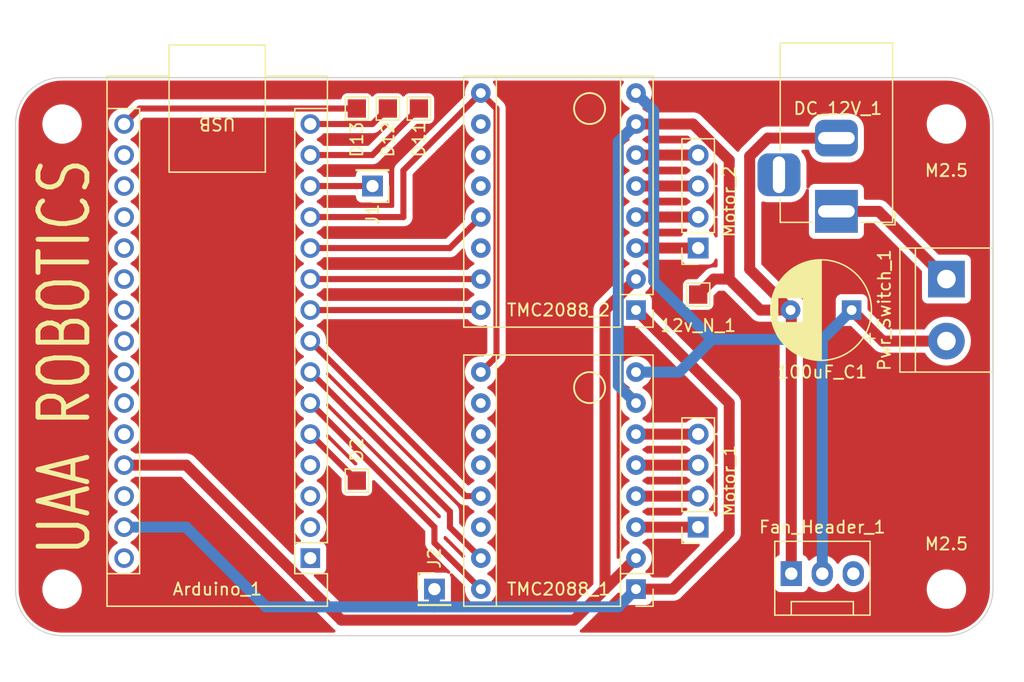
<source format=kicad_pcb>
(kicad_pcb (version 20221018) (generator pcbnew)
  (layers (0 "F.Cu" signal) (31 "B.Cu" signal) (34 "B.Paste" user) (35 "F.Paste" user) (36 "B.SilkS" user "B.Silkscreen") (37 "F.SilkS" user "F.Silkscreen") (38 "B.Mask" user) (39 "F.Mask" user) (44 "Edge.Cuts" user))
  (net 0 "")
  (net 1 "/Direction1")
  (net 2 "/Step1")
  (net 3 "/Reset1")
  (net 4 "/Direction2")
  (net 5 "/Step2")
  (net 6 "/Reset2")
  (net 7 "/Logic Positive")
  (net 8 "/Logic Negative")
  (net 9 "/Enable Pin")
  (net 10 "/Motor1A")
  (net 11 "/Motor1B")
  (net 12 "/Motor1C")
  (net 13 "/Motor1D")
  (net 14 "/Motor2A")
  (net 15 "/Motor2B")
  (net 16 "/Motor2C")
  (net 17 "/Motor2D")
  (net 18 "/Limit Pin")
  (net 43 "/D2 Breakout")
  (net 44 "/D11 Breakout")
  (net 45 "/D12 Breakout")
  (net 46 "/D13 Breakout")
  (net 47 "/12v Negative")
  (net 48 "/12v Positive")
  (net 50 "/12v Positive Terminal")
  (footprint "MountingHole:MountingHole_2.7mm_M2.5" (layer "F.Cu") (at 198.12 76.2)
    (fp_text reference "M2.5" (at 0 3.81) (layer "F.SilkS"))
    (fp_text value "MountingHole_2.7mm_M2.5")
    (pad "" np_thru_hole circle (at 0 0) (size 2.7 2.7) (drill 2.7) (layers "*.Cu" "*.Mask"))
  )
  (footprint "Connector:FanPinHeader_1x03_P2.54mm_Vertical" (layer "F.Cu") (at 185.42 113.03)
    (fp_text reference "Fan_Header_1" (at 2.54 -3.81) (layer "F.SilkS"))
    (fp_text value "Fan_3pin")
    (fp_line (start -1.35 -2.65) (end 6.45 -2.65) (stroke (width 0.12)) (layer "F.SilkS"))
    (fp_line (start -1.35 3.4) (end -1.35 -2.65) (stroke (width 0.12)) (layer "F.SilkS"))
    (fp_line (start 0 2.29) (end 5.08 2.29) (stroke (width 0.12)) (layer "F.SilkS"))
    (fp_line (start 0 3.3) (end 0 2.29) (stroke (width 0.12)) (layer "F.SilkS"))
    (fp_line (start 5.08 2.29) (end 5.08 3.3) (stroke (width 0.12)) (layer "F.SilkS"))
    (fp_line (start 6.45 -2.65) (end 6.45 3.4) (stroke (width 0.12)) (layer "F.SilkS"))
    (fp_line (start 6.45 3.4) (end -1.35 3.4) (stroke (width 0.12)) (layer "F.SilkS"))
    (pad "1" thru_hole rect (at 0 0 90) (size 2.03 1.73) (drill 1.02) (layers "*.Cu" "*.Mask") (net 47 "/12v Negative"))
    (pad "2" thru_hole oval (at 2.54 0 90) (size 2.03 1.73) (drill 1.02) (layers "*.Cu" "*.Mask") (net 48 "/12v Positive"))
    (pad "3" thru_hole oval (at 5.08 0 90) (size 2.03 1.73) (drill 1.02) (layers "*.Cu" "*.Mask"))
  )
  (footprint "Connector_PinSocket_2.54mm:PinSocket_1x04_P2.54mm_Vertical" (layer "F.Cu") (at 177.8 86.36 180)
    (fp_text reference "Motor_2" (at -2.54 3.81 90) (layer "F.SilkS"))
    (fp_text value "Conn_01x04_Socket")
    (fp_line (start -1.33 1.27) (end -1.33 8.95) (stroke (width 0.12)) (layer "F.SilkS"))
    (fp_line (start -1.33 1.27) (end 1.33 1.27) (stroke (width 0.12)) (layer "F.SilkS"))
    (fp_line (start -1.33 8.95) (end 1.33 8.95) (stroke (width 0.12)) (layer "F.SilkS"))
    (fp_line (start 0 -1.33) (end 1.33 -1.33) (stroke (width 0.12)) (layer "F.SilkS"))
    (fp_line (start 1.33 -1.33) (end 1.33 0) (stroke (width 0.12)) (layer "F.SilkS"))
    (fp_line (start 1.33 1.27) (end 1.33 8.95) (stroke (width 0.12)) (layer "F.SilkS"))
    (pad "1" thru_hole rect (at 0 0 180) (size 1.7 1.7) (drill 1) (layers "*.Cu" "*.Mask") (net 10 "/Motor1A"))
    (pad "2" thru_hole oval (at 0 2.54 180) (size 1.7 1.7) (drill 1) (layers "*.Cu" "*.Mask") (net 11 "/Motor1B"))
    (pad "3" thru_hole oval (at 0 5.08 180) (size 1.7 1.7) (drill 1) (layers "*.Cu" "*.Mask") (net 12 "/Motor1C"))
    (pad "4" thru_hole oval (at 0 7.62 180) (size 1.7 1.7) (drill 1) (layers "*.Cu" "*.Mask") (net 13 "/Motor1D"))
  )
  (footprint "MountingHole:MountingHole_2.7mm_M2.5" (layer "F.Cu") (at 198.12 114.3)
    (fp_text reference "M2.5" (at 0 -3.7) (layer "F.SilkS"))
    (fp_text value "MountingHole_2.7mm_M2.5")
    (pad "" np_thru_hole circle (at 0 0) (size 2.7 2.7) (drill 2.7) (layers "*.Cu" "*.Mask"))
  )
  (footprint "Connector_PinSocket_2.54mm:PinSocket_1x04_P2.54mm_Vertical" (layer "F.Cu") (at 177.8 109.22 180)
    (fp_text reference "Motor_1" (at -2.54 3.81 90) (layer "F.SilkS"))
    (fp_text value "Conn_01x04_Socket")
    (fp_line (start -1.33 1.27) (end -1.33 8.95) (stroke (width 0.12)) (layer "F.SilkS"))
    (fp_line (start -1.33 1.27) (end 1.33 1.27) (stroke (width 0.12)) (layer "F.SilkS"))
    (fp_line (start -1.33 8.95) (end 1.33 8.95) (stroke (width 0.12)) (layer "F.SilkS"))
    (fp_line (start 0 -1.33) (end 1.33 -1.33) (stroke (width 0.12)) (layer "F.SilkS"))
    (fp_line (start 1.33 -1.33) (end 1.33 0) (stroke (width 0.12)) (layer "F.SilkS"))
    (fp_line (start 1.33 1.27) (end 1.33 8.95) (stroke (width 0.12)) (layer "F.SilkS"))
    (pad "1" thru_hole rect (at 0 0 180) (size 1.7 1.7) (drill 1) (layers "*.Cu" "*.Mask") (net 14 "/Motor2A"))
    (pad "2" thru_hole oval (at 0 2.54 180) (size 1.7 1.7) (drill 1) (layers "*.Cu" "*.Mask") (net 15 "/Motor2B"))
    (pad "3" thru_hole oval (at 0 5.08 180) (size 1.7 1.7) (drill 1) (layers "*.Cu" "*.Mask") (net 16 "/Motor2C"))
    (pad "4" thru_hole oval (at 0 7.62 180) (size 1.7 1.7) (drill 1) (layers "*.Cu" "*.Mask") (net 17 "/Motor2D"))
  )
  (footprint "TestPoint:TestPoint_Pad_1.5x1.5mm" (layer "F.Cu") (at 154.94 74.93)
    (fp_text reference "D11" (at 0 2.54 90) (layer "F.SilkS"))
    (fp_text value "TestPoint")
    (fp_line (start -0.95 -0.95) (end 0.95 -0.95) (stroke (width 0.12)) (layer "F.SilkS"))
    (fp_line (start -0.95 0.95) (end -0.95 -0.95) (stroke (width 0.12)) (layer "F.SilkS"))
    (fp_line (start 0.95 -0.95) (end 0.95 0.95) (stroke (width 0.12)) (layer "F.SilkS"))
    (fp_line (start 0.95 0.95) (end -0.95 0.95) (stroke (width 0.12)) (layer "F.SilkS"))
    (pad "1" smd rect (at 0 0) (size 1.5 1.5) (layers "F.Cu" "F.Mask") (net 44 "/D11 Breakout"))
  )
  (footprint "Connector_PinHeader_2.54mm:PinHeader_1x01_P2.54mm_Vertical" (layer "F.Cu") (at 156.21 114.3)
    (fp_text reference "J2" (at 0 -2.54 90) (layer "F.SilkS"))
    (fp_text value "Conn_01x01_Socket")
    (fp_line (start -1.33 -1.33) (end 0 -1.33) (stroke (width 0.12)) (layer "F.SilkS"))
    (fp_line (start -1.33 0) (end -1.33 -1.33) (stroke (width 0.12)) (layer "F.SilkS"))
    (fp_line (start -1.33 1.27) (end -1.33 1.33) (stroke (width 0.12)) (layer "F.SilkS"))
    (fp_line (start -1.33 1.27) (end 1.33 1.27) (stroke (width 0.12)) (layer "F.SilkS"))
    (fp_line (start -1.33 1.33) (end 1.33 1.33) (stroke (width 0.12)) (layer "F.SilkS"))
    (fp_line (start 1.33 1.27) (end 1.33 1.33) (stroke (width 0.12)) (layer "F.SilkS"))
    (pad "1" thru_hole rect (at 0 0) (size 1.7 1.7) (drill 1) (layers "*.Cu" "*.Mask") (net 8 "/Logic Negative"))
  )
  (footprint "Module:Pololu_Breakout-16_15.2x20.3mm" (layer "F.Cu") (at 172.71 91.44 180)
    (fp_text reference "TMC2088_2" (at 6.34 0 180) (layer "F.SilkS"))
    (fp_text value "Pololu_Breakout_A4988")
    (fp_line (start -1.4 -1.4) (end -1.4 0) (stroke (width 0.12)) (layer "F.SilkS"))
    (fp_line (start -1.4 1.27) (end -1.4 19.18) (stroke (width 0.12)) (layer "F.SilkS"))
    (fp_line (start -1.4 19.18) (end 14.1 19.18) (stroke (width 0.12)) (layer "F.SilkS"))
    (fp_line (start 0 -1.4) (end -1.4 -1.4) (stroke (width 0.12)) (layer "F.SilkS"))
    (fp_line (start 1.27 -1.4) (end 1.27 1.27) (stroke (width 0.12)) (layer "F.SilkS"))
    (fp_line (start 1.27 1.27) (end -1.4 1.27) (stroke (width 0.12)) (layer "F.SilkS"))
    (fp_line (start 1.27 1.27) (end 1.27 19.18) (stroke (width 0.12)) (layer "F.SilkS"))
    (fp_line (start 11.43 -1.4) (end 11.43 19.18) (stroke (width 0.12)) (layer "F.SilkS"))
    (fp_line (start 14.1 -1.4) (end 1.27 -1.4) (stroke (width 0.12)) (layer "F.SilkS"))
    (fp_line (start 14.1 19.18) (end 14.1 -1.4) (stroke (width 0.12)) (layer "F.SilkS"))
    (pad "1" thru_hole rect (at 0 0 180) (size 1.6 1.6) (drill 0.8) (layers "*.Cu" "*.Mask") (net 8 "/Logic Negative"))
    (pad "2" thru_hole oval (at 0 2.54 180) (size 1.6 1.6) (drill 0.8) (layers "*.Cu" "*.Mask") (net 7 "/Logic Positive"))
    (pad "3" thru_hole oval (at 0 5.08 180) (size 1.6 1.6) (drill 0.8) (layers "*.Cu" "*.Mask") (net 10 "/Motor1A"))
    (pad "4" thru_hole oval (at 0 7.62 180) (size 1.6 1.6) (drill 0.8) (layers "*.Cu" "*.Mask") (net 11 "/Motor1B"))
    (pad "5" thru_hole oval (at 0 10.16 180) (size 1.6 1.6) (drill 0.8) (layers "*.Cu" "*.Mask") (net 12 "/Motor1C"))
    (pad "6" thru_hole oval (at 0 12.7 180) (size 1.6 1.6) (drill 0.8) (layers "*.Cu" "*.Mask") (net 13 "/Motor1D"))
    (pad "7" thru_hole oval (at 0 15.24 180) (size 1.6 1.6) (drill 0.8) (layers "*.Cu" "*.Mask") (net 47 "/12v Negative"))
    (pad "8" thru_hole oval (at 0 17.78 180) (size 1.6 1.6) (drill 0.8) (layers "*.Cu" "*.Mask") (net 48 "/12v Positive"))
    (pad "9" thru_hole oval (at 12.7 17.78 180) (size 1.6 1.6) (drill 0.8) (layers "*.Cu" "*.Mask") (net 9 "/Enable Pin"))
    (pad "10" thru_hole oval (at 12.7 15.24 180) (size 1.6 1.6) (drill 0.8) (layers "*.Cu" "*.Mask"))
    (pad "11" thru_hole oval (at 12.7 12.7 180) (size 1.6 1.6) (drill 0.8) (layers "*.Cu" "*.Mask"))
    (pad "12" thru_hole oval (at 12.7 10.16 180) (size 1.6 1.6) (drill 0.8) (layers "*.Cu" "*.Mask"))
    (pad "13" thru_hole oval (at 12.7 7.62 180) (size 1.6 1.6) (drill 0.8) (layers "*.Cu" "*.Mask") (net 3 "/Reset1"))
    (pad "14" thru_hole oval (at 12.7 5.08 180) (size 1.6 1.6) (drill 0.8) (layers "*.Cu" "*.Mask"))
    (pad "15" thru_hole oval (at 12.7 2.54 180) (size 1.6 1.6) (drill 0.8) (layers "*.Cu" "*.Mask") (net 2 "/Step1"))
    (pad "16" thru_hole oval (at 12.7 0 180) (size 1.6 1.6) (drill 0.8) (layers "*.Cu" "*.Mask") (net 1 "/Direction1"))
  )
  (footprint "MountingHole:MountingHole_2.7mm_M2.5" (layer "F.Cu") (at 125.73 114.3)
    (fp_text reference "M2.5" hide)
    (fp_text value "MountingHole_2.7mm_M2.5")
    (pad "" np_thru_hole circle (at 0 0) (size 2.7 2.7) (drill 2.7) (layers "*.Cu" "*.Mask"))
  )
  (footprint "TerminalBlock:TerminalBlock_bornier-2_P5.08mm" (layer "F.Cu") (at 198.12 88.9 -90)
    (fp_text reference "Pwr_Switch_1" (at 2.54 5.08 90) (layer "F.SilkS"))
    (fp_text value "Screw_Terminal_01x02")
    (fp_line (start -2.54 -3.81) (end -2.54 3.81) (stroke (width 0.12)) (layer "F.SilkS"))
    (fp_line (start -2.54 3.81) (end 7.62 3.81) (stroke (width 0.12)) (layer "F.SilkS"))
    (fp_line (start 7.62 -3.81) (end -2.54 -3.81) (stroke (width 0.12)) (layer "F.SilkS"))
    (fp_line (start 7.62 2.54) (end -2.54 2.54) (stroke (width 0.12)) (layer "F.SilkS"))
    (fp_line (start 7.62 3.81) (end 7.62 -3.81) (stroke (width 0.12)) (layer "F.SilkS"))
    (pad "1" thru_hole rect (at 0 0 270) (size 3 3) (drill 1.52) (layers "*.Cu" "*.Mask") (net 50 "/12v Positive Terminal"))
    (pad "2" thru_hole circle (at 5.08 0 270) (size 3 3) (drill 1.52) (layers "*.Cu" "*.Mask") (net 48 "/12v Positive"))
  )
  (footprint "Module:Pololu_Breakout-16_15.2x20.3mm" (layer "F.Cu") (at 172.71 114.3 180)
    (fp_text reference "TMC2088_1" (at 6.34 0) (layer "F.SilkS"))
    (fp_text value "Pololu_Breakout_A4988")
    (fp_line (start -1.4 -1.4) (end -1.4 0) (stroke (width 0.12)) (layer "F.SilkS"))
    (fp_line (start -1.4 1.27) (end -1.4 19.18) (stroke (width 0.12)) (layer "F.SilkS"))
    (fp_line (start -1.4 19.18) (end 14.1 19.18) (stroke (width 0.12)) (layer "F.SilkS"))
    (fp_line (start 0 -1.4) (end -1.4 -1.4) (stroke (width 0.12)) (layer "F.SilkS"))
    (fp_line (start 1.27 -1.4) (end 1.27 1.27) (stroke (width 0.12)) (layer "F.SilkS"))
    (fp_line (start 1.27 1.27) (end -1.4 1.27) (stroke (width 0.12)) (layer "F.SilkS"))
    (fp_line (start 1.27 1.27) (end 1.27 19.18) (stroke (width 0.12)) (layer "F.SilkS"))
    (fp_line (start 11.43 -1.4) (end 11.43 19.18) (stroke (width 0.12)) (layer "F.SilkS"))
    (fp_line (start 14.1 -1.4) (end 1.27 -1.4) (stroke (width 0.12)) (layer "F.SilkS"))
    (fp_line (start 14.1 19.18) (end 14.1 -1.4) (stroke (width 0.12)) (layer "F.SilkS"))
    (pad "1" thru_hole rect (at 0 0 180) (size 1.6 1.6) (drill 0.8) (layers "*.Cu" "*.Mask") (net 8 "/Logic Negative"))
    (pad "2" thru_hole oval (at 0 2.54 180) (size 1.6 1.6) (drill 0.8) (layers "*.Cu" "*.Mask") (net 7 "/Logic Positive"))
    (pad "3" thru_hole oval (at 0 5.08 180) (size 1.6 1.6) (drill 0.8) (layers "*.Cu" "*.Mask") (net 14 "/Motor2A"))
    (pad "4" thru_hole oval (at 0 7.62 180) (size 1.6 1.6) (drill 0.8) (layers "*.Cu" "*.Mask") (net 15 "/Motor2B"))
    (pad "5" thru_hole oval (at 0 10.16 180) (size 1.6 1.6) (drill 0.8) (layers "*.Cu" "*.Mask") (net 16 "/Motor2C"))
    (pad "6" thru_hole oval (at 0 12.7 180) (size 1.6 1.6) (drill 0.8) (layers "*.Cu" "*.Mask") (net 17 "/Motor2D"))
    (pad "7" thru_hole oval (at 0 15.24 180) (size 1.6 1.6) (drill 0.8) (layers "*.Cu" "*.Mask") (net 47 "/12v Negative"))
    (pad "8" thru_hole oval (at 0 17.78 180) (size 1.6 1.6) (drill 0.8) (layers "*.Cu" "*.Mask") (net 48 "/12v Positive"))
    (pad "9" thru_hole oval (at 12.7 17.78 180) (size 1.6 1.6) (drill 0.8) (layers "*.Cu" "*.Mask") (net 9 "/Enable Pin"))
    (pad "10" thru_hole oval (at 12.7 15.24 180) (size 1.6 1.6) (drill 0.8) (layers "*.Cu" "*.Mask"))
    (pad "11" thru_hole oval (at 12.7 12.7 180) (size 1.6 1.6) (drill 0.8) (layers "*.Cu" "*.Mask"))
    (pad "12" thru_hole oval (at 12.7 10.16 180) (size 1.6 1.6) (drill 0.8) (layers "*.Cu" "*.Mask"))
    (pad "13" thru_hole oval (at 12.7 7.62 180) (size 1.6 1.6) (drill 0.8) (layers "*.Cu" "*.Mask") (net 6 "/Reset2"))
    (pad "14" thru_hole oval (at 12.7 5.08 180) (size 1.6 1.6) (drill 0.8) (layers "*.Cu" "*.Mask"))
    (pad "15" thru_hole oval (at 12.7 2.54 180) (size 1.6 1.6) (drill 0.8) (layers "*.Cu" "*.Mask") (net 5 "/Step2"))
    (pad "16" thru_hole oval (at 12.7 0 180) (size 1.6 1.6) (drill 0.8) (layers "*.Cu" "*.Mask") (net 4 "/Direction2"))
  )
  (footprint "Connector_BarrelJack:BarrelJack_Horizontal" (layer "F.Cu") (at 189.11375 83.35375 -90)
    (fp_text reference "DC_12V_1" (at -8.42375 -0.11625 -180) (layer "F.SilkS"))
    (fp_text value "Barrel_Jack_MountingPin")
    (fp_line (start -13.8 -4.6) (end 0.9 -4.6) (stroke (width 0.12)) (layer "F.SilkS"))
    (fp_line (start -13.8 4.6) (end -13.8 -4.6) (stroke (width 0.12)) (layer "F.SilkS"))
    (fp_line (start -5 4.6) (end -13.8 4.6) (stroke (width 0.12)) (layer "F.SilkS"))
    (fp_line (start 0.05 -4.8) (end 1.1 -4.8) (stroke (width 0.12)) (layer "F.SilkS"))
    (fp_line (start 0.9 -4.6) (end 0.9 -2) (stroke (width 0.12)) (layer "F.SilkS"))
    (fp_line (start 0.9 1.9) (end 0.9 4.6) (stroke (width 0.12)) (layer "F.SilkS"))
    (fp_line (start 0.9 4.6) (end -1 4.6) (stroke (width 0.12)) (layer "F.SilkS"))
    (fp_line (start 1.1 -3.75) (end 1.1 -4.8) (stroke (width 0.12)) (layer "F.SilkS"))
    (pad "1" thru_hole rect (at 0 0 270) (size 3.5 3.5) (drill oval 1 3) (layers "*.Cu" "*.Mask") (net 50 "/12v Positive Terminal"))
    (pad "2" thru_hole roundrect (at -6 0 270) (size 3 3.5) (drill oval 1 3) (layers "*.Cu" "*.Mask") (net 47 "/12v Negative"))
    (pad "3" thru_hole roundrect (at -3 4.7 270) (size 3.5 3.5) (drill oval 3 1) (layers "*.Cu" "*.Mask"))
  )
  (footprint "Connector_PinHeader_2.54mm:PinHeader_1x01_P2.54mm_Vertical" (layer "F.Cu") (at 151.14 81.28 180)
    (fp_text reference "J1" (at 0 -2.33 270) (layer "F.SilkS"))
    (fp_text value "Limit 1x1 Pin")
    (fp_line (start -1.33 -1.33) (end 0 -1.33) (stroke (width 0.12)) (layer "F.SilkS"))
    (fp_line (start -1.33 0) (end -1.33 -1.33) (stroke (width 0.12)) (layer "F.SilkS"))
    (fp_line (start -1.33 1.27) (end -1.33 1.33) (stroke (width 0.12)) (layer "F.SilkS"))
    (fp_line (start -1.33 1.27) (end 1.33 1.27) (stroke (width 0.12)) (layer "F.SilkS"))
    (fp_line (start -1.33 1.33) (end 1.33 1.33) (stroke (width 0.12)) (layer "F.SilkS"))
    (fp_line (start 1.33 1.27) (end 1.33 1.33) (stroke (width 0.12)) (layer "F.SilkS"))
    (pad "1" thru_hole rect (at 0 0 180) (size 1.7 1.7) (drill 1) (layers "*.Cu" "*.Mask") (net 18 "/Limit Pin"))
  )
  (footprint "Capacitor_THT:CP_Radial_D8.0mm_P5.00mm" (layer "F.Cu") (at 190.362651 91.44 180)
    (fp_text reference "100uF_C1" (at 2.402651 -5.08) (layer "F.SilkS"))
    (fp_text value "C 100")
    (fp_line (start -1.909698 -2.315) (end -1.109698 -2.315) (stroke (width 0.12)) (layer "F.SilkS"))
    (fp_line (start -1.509698 -2.715) (end -1.509698 -1.915) (stroke (width 0.12)) (layer "F.SilkS"))
    (fp_line (start 2.5 -4.08) (end 2.5 4.08) (stroke (width 0.12)) (layer "F.SilkS"))
    (fp_line (start 2.54 -4.08) (end 2.54 4.08) (stroke (width 0.12)) (layer "F.SilkS"))
    (fp_line (start 2.58 -4.08) (end 2.58 4.08) (stroke (width 0.12)) (layer "F.SilkS"))
    (fp_line (start 2.62 -4.079) (end 2.62 4.079) (stroke (width 0.12)) (layer "F.SilkS"))
    (fp_line (start 2.66 -4.077) (end 2.66 4.077) (stroke (width 0.12)) (layer "F.SilkS"))
    (fp_line (start 2.7 -4.076) (end 2.7 4.076) (stroke (width 0.12)) (layer "F.SilkS"))
    (fp_line (start 2.74 -4.074) (end 2.74 4.074) (stroke (width 0.12)) (layer "F.SilkS"))
    (fp_line (start 2.78 -4.071) (end 2.78 4.071) (stroke (width 0.12)) (layer "F.SilkS"))
    (fp_line (start 2.82 -4.068) (end 2.82 4.068) (stroke (width 0.12)) (layer "F.SilkS"))
    (fp_line (start 2.86 -4.065) (end 2.86 4.065) (stroke (width 0.12)) (layer "F.SilkS"))
    (fp_line (start 2.9 -4.061) (end 2.9 4.061) (stroke (width 0.12)) (layer "F.SilkS"))
    (fp_line (start 2.94 -4.057) (end 2.94 4.057) (stroke (width 0.12)) (layer "F.SilkS"))
    (fp_line (start 2.98 -4.052) (end 2.98 4.052) (stroke (width 0.12)) (layer "F.SilkS"))
    (fp_line (start 3.02 -4.048) (end 3.02 4.048) (stroke (width 0.12)) (layer "F.SilkS"))
    (fp_line (start 3.06 -4.042) (end 3.06 4.042) (stroke (width 0.12)) (layer "F.SilkS"))
    (fp_line (start 3.1 -4.037) (end 3.1 4.037) (stroke (width 0.12)) (layer "F.SilkS"))
    (fp_line (start 3.14 -4.03) (end 3.14 4.03) (stroke (width 0.12)) (layer "F.SilkS"))
    (fp_line (start 3.18 -4.024) (end 3.18 4.024) (stroke (width 0.12)) (layer "F.SilkS"))
    (fp_line (start 3.221 -4.017) (end 3.221 4.017) (stroke (width 0.12)) (layer "F.SilkS"))
    (fp_line (start 3.261 -4.01) (end 3.261 4.01) (stroke (width 0.12)) (layer "F.SilkS"))
    (fp_line (start 3.301 -4.002) (end 3.301 4.002) (stroke (width 0.12)) (layer "F.SilkS"))
    (fp_line (start 3.341 -3.994) (end 3.341 3.994) (stroke (width 0.12)) (layer "F.SilkS"))
    (fp_line (start 3.381 -3.985) (end 3.381 3.985) (stroke (width 0.12)) (layer "F.SilkS"))
    (fp_line (start 3.421 -3.976) (end 3.421 3.976) (stroke (width 0.12)) (layer "F.SilkS"))
    (fp_line (start 3.461 -3.967) (end 3.461 3.967) (stroke (width 0.12)) (layer "F.SilkS"))
    (fp_line (start 3.501 -3.957) (end 3.501 3.957) (stroke (width 0.12)) (layer "F.SilkS"))
    (fp_line (start 3.541 -3.947) (end 3.541 3.947) (stroke (width 0.12)) (layer "F.SilkS"))
    (fp_line (start 3.581 -3.936) (end 3.581 3.936) (stroke (width 0.12)) (layer "F.SilkS"))
    (fp_line (start 3.621 -3.925) (end 3.621 3.925) (stroke (width 0.12)) (layer "F.SilkS"))
    (fp_line (start 3.661 -3.914) (end 3.661 3.914) (stroke (width 0.12)) (layer "F.SilkS"))
    (fp_line (start 3.701 -3.902) (end 3.701 3.902) (stroke (width 0.12)) (layer "F.SilkS"))
    (fp_line (start 3.741 -3.889) (end 3.741 3.889) (stroke (width 0.12)) (layer "F.SilkS"))
    (fp_line (start 3.781 -3.877) (end 3.781 3.877) (stroke (width 0.12)) (layer "F.SilkS"))
    (fp_line (start 3.821 -3.863) (end 3.821 3.863) (stroke (width 0.12)) (layer "F.SilkS"))
    (fp_line (start 3.861 -3.85) (end 3.861 3.85) (stroke (width 0.12)) (layer "F.SilkS"))
    (fp_line (start 3.901 -3.835) (end 3.901 3.835) (stroke (width 0.12)) (layer "F.SilkS"))
    (fp_line (start 3.941 -3.821) (end 3.941 3.821) (stroke (width 0.12)) (layer "F.SilkS"))
    (fp_line (start 3.981 -3.805) (end 3.981 -1.04) (stroke (width 0.12)) (layer "F.SilkS"))
    (fp_line (start 3.981 1.04) (end 3.981 3.805) (stroke (width 0.12)) (layer "F.SilkS"))
    (fp_line (start 4.021 -3.79) (end 4.021 -1.04) (stroke (width 0.12)) (layer "F.SilkS"))
    (fp_line (start 4.021 1.04) (end 4.021 3.79) (stroke (width 0.12)) (layer "F.SilkS"))
    (fp_line (start 4.061 -3.774) (end 4.061 -1.04) (stroke (width 0.12)) (layer "F.SilkS"))
    (fp_line (start 4.061 1.04) (end 4.061 3.774) (stroke (width 0.12)) (layer "F.SilkS"))
    (fp_line (start 4.101 -3.757) (end 4.101 -1.04) (stroke (width 0.12)) (layer "F.SilkS"))
    (fp_line (start 4.101 1.04) (end 4.101 3.757) (stroke (width 0.12)) (layer "F.SilkS"))
    (fp_line (start 4.141 -3.74) (end 4.141 -1.04) (stroke (width 0.12)) (layer "F.SilkS"))
    (fp_line (start 4.141 1.04) (end 4.141 3.74) (stroke (width 0.12)) (layer "F.SilkS"))
    (fp_line (start 4.181 -3.722) (end 4.181 -1.04) (stroke (width 0.12)) (layer "F.SilkS"))
    (fp_line (start 4.181 1.04) (end 4.181 3.722) (stroke (width 0.12)) (layer "F.SilkS"))
    (fp_line (start 4.221 -3.704) (end 4.221 -1.04) (stroke (width 0.12)) (layer "F.SilkS"))
    (fp_line (start 4.221 1.04) (end 4.221 3.704) (stroke (width 0.12)) (layer "F.SilkS"))
    (fp_line (start 4.261 -3.686) (end 4.261 -1.04) (stroke (width 0.12)) (layer "F.SilkS"))
    (fp_line (start 4.261 1.04) (end 4.261 3.686) (stroke (width 0.12)) (layer "F.SilkS"))
    (fp_line (start 4.301 -3.666) (end 4.301 -1.04) (stroke (width 0.12)) (layer "F.SilkS"))
    (fp_line (start 4.301 1.04) (end 4.301 3.666) (stroke (width 0.12)) (layer "F.SilkS"))
    (fp_line (start 4.341 -3.647) (end 4.341 -1.04) (stroke (width 0.12)) (layer "F.SilkS"))
    (fp_line (start 4.341 1.04) (end 4.341 3.647) (stroke (width 0.12)) (layer "F.SilkS"))
    (fp_line (start 4.381 -3.627) (end 4.381 -1.04) (stroke (width 0.12)) (layer "F.SilkS"))
    (fp_line (start 4.381 1.04) (end 4.381 3.627) (stroke (width 0.12)) (layer "F.SilkS"))
    (fp_line (start 4.421 -3.606) (end 4.421 -1.04) (stroke (width 0.12)) (layer "F.SilkS"))
    (fp_line (start 4.421 1.04) (end 4.421 3.606) (stroke (width 0.12)) (layer "F.SilkS"))
    (fp_line (start 4.461 -3.584) (end 4.461 -1.04) (stroke (width 0.12)) (layer "F.SilkS"))
    (fp_line (start 4.461 1.04) (end 4.461 3.584) (stroke (width 0.12)) (layer "F.SilkS"))
    (fp_line (start 4.501 -3.562) (end 4.501 -1.04) (stroke (width 0.12)) (layer "F.SilkS"))
    (fp_line (start 4.501 1.04) (end 4.501 3.562) (stroke (width 0.12)) (layer "F.SilkS"))
    (fp_line (start 4.541 -3.54) (end 4.541 -1.04) (stroke (width 0.12)) (layer "F.SilkS"))
    (fp_line (start 4.541 1.04) (end 4.541 3.54) (stroke (width 0.12)) (layer "F.SilkS"))
    (fp_line (start 4.581 -3.517) (end 4.581 -1.04) (stroke (width 0.12)) (layer "F.SilkS"))
    (fp_line (start 4.581 1.04) (end 4.581 3.517) (stroke (width 0.12)) (layer "F.SilkS"))
    (fp_line (start 4.621 -3.493) (end 4.621 -1.04) (stroke (width 0.12)) (layer "F.SilkS"))
    (fp_line (start 4.621 1.04) (end 4.621 3.493) (stroke (width 0.12)) (layer "F.SilkS"))
    (fp_line (start 4.661 -3.469) (end 4.661 -1.04) (stroke (width 0.12)) (layer "F.SilkS"))
    (fp_line (start 4.661 1.04) (end 4.661 3.469) (stroke (width 0.12)) (layer "F.SilkS"))
    (fp_line (start 4.701 -3.444) (end 4.701 -1.04) (stroke (width 0.12)) (layer "F.SilkS"))
    (fp_line (start 4.701 1.04) (end 4.701 3.444) (stroke (width 0.12)) (layer "F.SilkS"))
    (fp_line (start 4.741 -3.418) (end 4.741 -1.04) (stroke (width 0.12)) (layer "F.SilkS"))
    (fp_line (start 4.741 1.04) (end 4.741 3.418) (stroke (width 0.12)) (layer "F.SilkS"))
    (fp_line (start 4.781 -3.392) (end 4.781 -1.04) (stroke (width 0.12)) (layer "F.SilkS"))
    (fp_line (start 4.781 1.04) (end 4.781 3.392) (stroke (width 0.12)) (layer "F.SilkS"))
    (fp_line (start 4.821 -3.365) (end 4.821 -1.04) (stroke (width 0.12)) (layer "F.SilkS"))
    (fp_line (start 4.821 1.04) (end 4.821 3.365) (stroke (width 0.12)) (layer "F.SilkS"))
    (fp_line (start 4.861 -3.338) (end 4.861 -1.04) (stroke (width 0.12)) (layer "F.SilkS"))
    (fp_line (start 4.861 1.04) (end 4.861 3.338) (stroke (width 0.12)) (layer "F.SilkS"))
    (fp_line (start 4.901 -3.309) (end 4.901 -1.04) (stroke (width 0.12)) (layer "F.SilkS"))
    (fp_line (start 4.901 1.04) (end 4.901 3.309) (stroke (width 0.12)) (layer "F.SilkS"))
    (fp_line (start 4.941 -3.28) (end 4.941 -1.04) (stroke (width 0.12)) (layer "F.SilkS"))
    (fp_line (start 4.941 1.04) (end 4.941 3.28) (stroke (width 0.12)) (layer "F.SilkS"))
    (fp_line (start 4.981 -3.25) (end 4.981 -1.04) (stroke (width 0.12)) (layer "F.SilkS"))
    (fp_line (start 4.981 1.04) (end 4.981 3.25) (stroke (width 0.12)) (layer "F.SilkS"))
    (fp_line (start 5.021 -3.22) (end 5.021 -1.04) (stroke (width 0.12)) (layer "F.SilkS"))
    (fp_line (start 5.021 1.04) (end 5.021 3.22) (stroke (width 0.12)) (layer "F.SilkS"))
    (fp_line (start 5.061 -3.189) (end 5.061 -1.04) (stroke (width 0.12)) (layer "F.SilkS"))
    (fp_line (start 5.061 1.04) (end 5.061 3.189) (stroke (width 0.12)) (layer "F.SilkS"))
    (fp_line (start 5.101 -3.156) (end 5.101 -1.04) (stroke (width 0.12)) (layer "F.SilkS"))
    (fp_line (start 5.101 1.04) (end 5.101 3.156) (stroke (width 0.12)) (layer "F.SilkS"))
    (fp_line (start 5.141 -3.124) (end 5.141 -1.04) (stroke (width 0.12)) (layer "F.SilkS"))
    (fp_line (start 5.141 1.04) (end 5.141 3.124) (stroke (width 0.12)) (layer "F.SilkS"))
    (fp_line (start 5.181 -3.09) (end 5.181 -1.04) (stroke (width 0.12)) (layer "F.SilkS"))
    (fp_line (start 5.181 1.04) (end 5.181 3.09) (stroke (width 0.12)) (layer "F.SilkS"))
    (fp_line (start 5.221 -3.055) (end 5.221 -1.04) (stroke (width 0.12)) (layer "F.SilkS"))
    (fp_line (start 5.221 1.04) (end 5.221 3.055) (stroke (width 0.12)) (layer "F.SilkS"))
    (fp_line (start 5.261 -3.019) (end 5.261 -1.04) (stroke (width 0.12)) (layer "F.SilkS"))
    (fp_line (start 5.261 1.04) (end 5.261 3.019) (stroke (width 0.12)) (layer "F.SilkS"))
    (fp_line (start 5.301 -2.983) (end 5.301 -1.04) (stroke (width 0.12)) (layer "F.SilkS"))
    (fp_line (start 5.301 1.04) (end 5.301 2.983) (stroke (width 0.12)) (layer "F.SilkS"))
    (fp_line (start 5.341 -2.945) (end 5.341 -1.04) (stroke (width 0.12)) (layer "F.SilkS"))
    (fp_line (start 5.341 1.04) (end 5.341 2.945) (stroke (width 0.12)) (layer "F.SilkS"))
    (fp_line (start 5.381 -2.907) (end 5.381 -1.04) (stroke (width 0.12)) (layer "F.SilkS"))
    (fp_line (start 5.381 1.04) (end 5.381 2.907) (stroke (width 0.12)) (layer "F.SilkS"))
    (fp_line (start 5.421 -2.867) (end 5.421 -1.04) (stroke (width 0.12)) (layer "F.SilkS"))
    (fp_line (start 5.421 1.04) (end 5.421 2.867) (stroke (width 0.12)) (layer "F.SilkS"))
    (fp_line (start 5.461 -2.826) (end 5.461 -1.04) (stroke (width 0.12)) (layer "F.SilkS"))
    (fp_line (start 5.461 1.04) (end 5.461 2.826) (stroke (width 0.12)) (layer "F.SilkS"))
    (fp_line (start 5.501 -2.784) (end 5.501 -1.04) (stroke (width 0.12)) (layer "F.SilkS"))
    (fp_line (start 5.501 1.04) (end 5.501 2.784) (stroke (width 0.12)) (layer "F.SilkS"))
    (fp_line (start 5.541 -2.741) (end 5.541 -1.04) (stroke (width 0.12)) (layer "F.SilkS"))
    (fp_line (start 5.541 1.04) (end 5.541 2.741) (stroke (width 0.12)) (layer "F.SilkS"))
    (fp_line (start 5.581 -2.697) (end 5.581 -1.04) (stroke (width 0.12)) (layer "F.SilkS"))
    (fp_line (start 5.581 1.04) (end 5.581 2.697) (stroke (width 0.12)) (layer "F.SilkS"))
    (fp_line (start 5.621 -2.651) (end 5.621 -1.04) (stroke (width 0.12)) (layer "F.SilkS"))
    (fp_line (start 5.621 1.04) (end 5.621 2.651) (stroke (width 0.12)) (layer "F.SilkS"))
    (fp_line (start 5.661 -2.604) (end 5.661 -1.04) (stroke (width 0.12)) (layer "F.SilkS"))
    (fp_line (start 5.661 1.04) (end 5.661 2.604) (stroke (width 0.12)) (layer "F.SilkS"))
    (fp_line (start 5.701 -2.556) (end 5.701 -1.04) (stroke (width 0.12)) (layer "F.SilkS"))
    (fp_line (start 5.701 1.04) (end 5.701 2.556) (stroke (width 0.12)) (layer "F.SilkS"))
    (fp_line (start 5.741 -2.505) (end 5.741 -1.04) (stroke (width 0.12)) (layer "F.SilkS"))
    (fp_line (start 5.741 1.04) (end 5.741 2.505) (stroke (width 0.12)) (layer "F.SilkS"))
    (fp_line (start 5.781 -2.454) (end 5.781 -1.04) (stroke (width 0.12)) (layer "F.SilkS"))
    (fp_line (start 5.781 1.04) (end 5.781 2.454) (stroke (width 0.12)) (layer "F.SilkS"))
    (fp_line (start 5.821 -2.4) (end 5.821 -1.04) (stroke (width 0.12)) (layer "F.SilkS"))
    (fp_line (start 5.821 1.04) (end 5.821 2.4) (stroke (width 0.12)) (layer "F.SilkS"))
    (fp_line (start 5.861 -2.345) (end 5.861 -1.04) (stroke (width 0.12)) (layer "F.SilkS"))
    (fp_line (start 5.861 1.04) (end 5.861 2.345) (stroke (width 0.12)) (layer "F.SilkS"))
    (fp_line (start 5.901 -2.287) (end 5.901 -1.04) (stroke (width 0.12)) (layer "F.SilkS"))
    (fp_line (start 5.901 1.04) (end 5.901 2.287) (stroke (width 0.12)) (layer "F.SilkS"))
    (fp_line (start 5.941 -2.228) (end 5.941 -1.04) (stroke (width 0.12)) (layer "F.SilkS"))
    (fp_line (start 5.941 1.04) (end 5.941 2.228) (stroke (width 0.12)) (layer "F.SilkS"))
    (fp_line (start 5.981 -2.166) (end 5.981 -1.04) (stroke (width 0.12)) (layer "F.SilkS"))
    (fp_line (start 5.981 1.04) (end 5.981 2.166) (stroke (width 0.12)) (layer "F.SilkS"))
    (fp_line (start 6.021 -2.102) (end 6.021 -1.04) (stroke (width 0.12)) (layer "F.SilkS"))
    (fp_line (start 6.021 1.04) (end 6.021 2.102) (stroke (width 0.12)) (layer "F.SilkS"))
    (fp_line (start 6.061 -2.034) (end 6.061 2.034) (stroke (width 0.12)) (layer "F.SilkS"))
    (fp_line (start 6.101 -1.964) (end 6.101 1.964) (stroke (width 0.12)) (layer "F.SilkS"))
    (fp_line (start 6.141 -1.89) (end 6.141 1.89) (stroke (width 0.12)) (layer "F.SilkS"))
    (fp_line (start 6.181 -1.813) (end 6.181 1.813) (stroke (width 0.12)) (layer "F.SilkS"))
    (fp_line (start 6.221 -1.731) (end 6.221 1.731) (stroke (width 0.12)) (layer "F.SilkS"))
    (fp_line (start 6.261 -1.645) (end 6.261 1.645) (stroke (width 0.12)) (layer "F.SilkS"))
    (fp_line (start 6.301 -1.552) (end 6.301 1.552) (stroke (width 0.12)) (layer "F.SilkS"))
    (fp_line (start 6.341 -1.453) (end 6.341 1.453) (stroke (width 0.12)) (layer "F.SilkS"))
    (fp_line (start 6.381 -1.346) (end 6.381 1.346) (stroke (width 0.12)) (layer "F.SilkS"))
    (fp_line (start 6.421 -1.229) (end 6.421 1.229) (stroke (width 0.12)) (layer "F.SilkS"))
    (fp_line (start 6.461 -1.098) (end 6.461 1.098) (stroke (width 0.12)) (layer "F.SilkS"))
    (fp_line (start 6.501 -0.948) (end 6.501 0.948) (stroke (width 0.12)) (layer "F.SilkS"))
    (fp_line (start 6.541 -0.768) (end 6.541 0.768) (stroke (width 0.12)) (layer "F.SilkS"))
    (fp_line (start 6.581 -0.533) (end 6.581 0.533) (stroke (width 0.12)) (layer "F.SilkS"))
    (fp_circle (center 2.5 0) (end 6.62 0) (stroke (width 0.12)) (fill none) (layer "F.SilkS"))
    (pad "1" thru_hole rect (at 0 0 180) (size 1.6 1.6) (drill 0.8) (layers "*.Cu" "*.Mask") (net 48 "/12v Positive"))
    (pad "2" thru_hole circle (at 5 0 180) (size 1.6 1.6) (drill 0.8) (layers "*.Cu" "*.Mask") (net 47 "/12v Negative"))
  )
  (footprint "TestPoint:TestPoint_Pad_1.5x1.5mm" (layer "F.Cu") (at 177.8 90.17)
    (fp_text reference "12v_N_1" (at 0 2.54) (layer "F.SilkS"))
    (fp_text value "TestPoint")
    (fp_line (start -0.95 -0.95) (end 0.95 -0.95) (stroke (width 0.12)) (layer "F.SilkS"))
    (fp_line (start -0.95 0.95) (end -0.95 -0.95) (stroke (width 0.12)) (layer "F.SilkS"))
    (fp_line (start 0.95 -0.95) (end 0.95 0.95) (stroke (width 0.12)) (layer "F.SilkS"))
    (fp_line (start 0.95 0.95) (end -0.95 0.95) (stroke (width 0.12)) (layer "F.SilkS"))
    (pad "1" smd rect (at 0 0) (size 1.5 1.5) (layers "F.Cu" "F.Mask") (net 47 "/12v Negative"))
  )
  (footprint "TestPoint:TestPoint_Pad_1.5x1.5mm" (layer "F.Cu") (at 149.86 105.41)
    (fp_text reference "D2" (at 0 -2.54 90) (layer "F.SilkS"))
    (fp_text value "TestPoint")
    (fp_line (start -0.95 -0.95) (end 0.95 -0.95) (stroke (width 0.12)) (layer "F.SilkS"))
    (fp_line (start -0.95 0.95) (end -0.95 -0.95) (stroke (width 0.12)) (layer "F.SilkS"))
    (fp_line (start 0.95 -0.95) (end 0.95 0.95) (stroke (width 0.12)) (layer "F.SilkS"))
    (fp_line (start 0.95 0.95) (end -0.95 0.95) (stroke (width 0.12)) (layer "F.SilkS"))
    (pad "1" smd rect (at 0 0) (size 1.5 1.5) (layers "F.Cu" "F.Mask") (net 43 "/D2 Breakout"))
  )
  (footprint "TestPoint:TestPoint_Pad_1.5x1.5mm" (layer "F.Cu") (at 152.4 74.93)
    (fp_text reference "D12" (at 0 2.54 90) (layer "F.SilkS"))
    (fp_text value "TestPoint")
    (fp_line (start -0.95 -0.95) (end 0.95 -0.95) (stroke (width 0.12)) (layer "F.SilkS"))
    (fp_line (start -0.95 0.95) (end -0.95 -0.95) (stroke (width 0.12)) (layer "F.SilkS"))
    (fp_line (start 0.95 -0.95) (end 0.95 0.95) (stroke (width 0.12)) (layer "F.SilkS"))
    (fp_line (start 0.95 0.95) (end -0.95 0.95) (stroke (width 0.12)) (layer "F.SilkS"))
    (pad "1" smd rect (at 0 0) (size 1.5 1.5) (layers "F.Cu" "F.Mask") (net 45 "/D12 Breakout"))
  )
  (footprint "Module:Arduino_Nano" (layer "F.Cu") (at 146.05 111.76 180)
    (fp_text reference "Arduino_1" (at 7.61 -2.54) (layer "F.SilkS"))
    (fp_text value "Arduino_Nano_v3.x")
    (fp_text user "USB" (at 7.62 35.56 180 unlocked) (layer "F.SilkS"))
    (fp_line (start -1.4 -3.94) (end -1.4 -1.27) (stroke (width 0.12)) (layer "F.SilkS"))
    (fp_line (start -1.4 1.27) (end -1.4 39.5) (stroke (width 0.12)) (layer "F.SilkS"))
    (fp_line (start -1.4 39.5) (end 3.68 39.5) (stroke (width 0.12)) (layer "F.SilkS"))
    (fp_line (start 1.27 -1.27) (end -1.4 -1.27) (stroke (width 0.12)) (layer "F.SilkS"))
    (fp_line (start 1.27 1.27) (end -1.4 1.27) (stroke (width 0.12)) (layer "F.SilkS"))
    (fp_line (start 1.27 1.27) (end 1.27 -1.27) (stroke (width 0.12)) (layer "F.SilkS"))
    (fp_line (start 1.27 1.27) (end 1.27 36.83) (stroke (width 0.12)) (layer "F.SilkS"))
    (fp_line (start 1.27 36.83) (end -1.4 36.83) (stroke (width 0.12)) (layer "F.SilkS"))
    (fp_line (start 3.68 31.62) (end 11.56 31.62) (stroke (width 0.12)) (layer "F.SilkS"))
    (fp_line (start 3.68 42.04) (end 3.68 31.62) (stroke (width 0.12)) (layer "F.SilkS"))
    (fp_line (start 11.56 31.62) (end 11.56 42.04) (stroke (width 0.12)) (layer "F.SilkS"))
    (fp_line (start 11.56 42.04) (end 3.68 42.04) (stroke (width 0.12)) (layer "F.SilkS"))
    (fp_line (start 13.97 -1.27) (end 13.97 36.83) (stroke (width 0.12)) (layer "F.SilkS"))
    (fp_line (start 13.97 -1.27) (end 16.64 -1.27) (stroke (width 0.12)) (layer "F.SilkS"))
    (fp_line (start 13.97 36.83) (end 16.64 36.83) (stroke (width 0.12)) (layer "F.SilkS"))
    (fp_line (start 16.64 -3.94) (end -1.4 -3.94) (stroke (width 0.12)) (layer "F.SilkS"))
    (fp_line (start 16.64 39.5) (end 11.56 39.5) (stroke (width 0.12)) (layer "F.SilkS"))
    (fp_line (start 16.64 39.5) (end 16.64 -3.94) (stroke (width 0.12)) (layer "F.SilkS"))
    (pad "1" thru_hole rect (at 0 0 180) (size 1.6 1.6) (drill 1) (layers "*.Cu" "*.Mask"))
    (pad "2" thru_hole oval (at 0 2.54 180) (size 1.6 1.6) (drill 1) (layers "*.Cu" "*.Mask"))
    (pad "3" thru_hole oval (at 0 5.08 180) (size 1.6 1.6) (drill 1) (layers "*.Cu" "*.Mask"))
    (pad "4" thru_hole oval (at 0 7.62 180) (size 1.6 1.6) (drill 1) (layers "*.Cu" "*.Mask"))
    (pad "5" thru_hole oval (at 0 10.16 180) (size 1.6 1.6) (drill 1) (layers "*.Cu" "*.Mask") (net 43 "/D2 Breakout"))
    (pad "6" thru_hole oval (at 0 12.7 180) (size 1.6 1.6) (drill 1) (layers "*.Cu" "*.Mask") (net 4 "/Direction2"))
    (pad "7" thru_hole oval (at 0 15.24 180) (size 1.6 1.6) (drill 1) (layers "*.Cu" "*.Mask") (net 5 "/Step2"))
    (pad "8" thru_hole oval (at 0 17.78 180) (size 1.6 1.6) (drill 1) (layers "*.Cu" "*.Mask") (net 6 "/Reset2"))
    (pad "9" thru_hole oval (at 0 20.32 180) (size 1.6 1.6) (drill 1) (layers "*.Cu" "*.Mask") (net 1 "/Direction1"))
    (pad "10" thru_hole oval (at 0 22.86 180) (size 1.6 1.6) (drill 1) (layers "*.Cu" "*.Mask") (net 2 "/Step1"))
    (pad "11" thru_hole oval (at 0 25.4 180) (size 1.6 1.6) (drill 1) (layers "*.Cu" "*.Mask") (net 3 "/Reset1"))
    (pad "12" thru_hole oval (at 0 27.94 180) (size 1.6 1.6) (drill 1) (layers "*.Cu" "*.Mask") (net 9 "/Enable Pin"))
    (pad "13" thru_hole oval (at 0 30.48 180) (size 1.6 1.6) (drill 1) (layers "*.Cu" "*.Mask") (net 18 "/Limit Pin"))
    (pad "14" thru_hole oval (at 0 33.02 180) (size 1.6 1.6) (drill 1) (layers "*.Cu" "*.Mask") (net 44 "/D11 Breakout"))
    (pad "15" thru_hole oval (at 0 35.56 180) (size 1.6 1.6) (drill 1) (layers "*.Cu" "*.Mask") (net 45 "/D12 Breakout"))
    (pad "16" thru_hole oval (at 15.24 35.56 180) (size 1.6 1.6) (drill 1) (layers "*.Cu" "*.Mask") (net 46 "/D13 Breakout"))
    (pad "17" thru_hole oval (at 15.24 33.02 180) (size 1.6 1.6) (drill 1) (layers "*.Cu" "*.Mask"))
    (pad "18" thru_hole oval (at 15.24 30.48 180) (size 1.6 1.6) (drill 1) (layers "*.Cu" "*.Mask"))
    (pad "19" thru_hole oval (at 15.24 27.94 180) (size 1.6 1.6) (drill 1) (layers "*.Cu" "*.Mask"))
    (pad "20" thru_hole oval (at 15.24 25.4 180) (size 1.6 1.6) (drill 1) (layers "*.Cu" "*.Mask"))
    (pad "21" thru_hole oval (at 15.24 22.86 180) (size 1.6 1.6) (drill 1) (layers "*.Cu" "*.Mask"))
    (pad "22" thru_hole oval (at 15.24 20.32 180) (size 1.6 1.6) (drill 1) (layers "*.Cu" "*.Mask"))
    (pad "23" thru_hole oval (at 15.24 17.78 180) (size 1.6 1.6) (drill 1) (layers "*.Cu" "*.Mask"))
    (pad "24" thru_hole oval (at 15.24 15.24 180) (size 1.6 1.6) (drill 1) (layers "*.Cu" "*.Mask"))
    (pad "25" thru_hole oval (at 15.24 12.7 180) (size 1.6 1.6) (drill 1) (layers "*.Cu" "*.Mask"))
    (pad "26" thru_hole oval (at 15.24 10.16 180) (size 1.6 1.6) (drill 1) (layers "*.Cu" "*.Mask"))
    (pad "27" thru_hole oval (at 15.24 7.62 180) (size 1.6 1.6) (drill 1) (layers "*.Cu" "*.Mask") (net 7 "/Logic Positive"))
    (pad "28" thru_hole oval (at 15.24 5.08 180) (size 1.6 1.6) (drill 1) (layers "*.Cu" "*.Mask"))
    (pad "29" thru_hole oval (at 15.24 2.54 180) (size 1.6 1.6) (drill 1) (layers "*.Cu" "*.Mask") (net 8 "/Logic Negative"))
    (pad "30" thru_hole oval (at 15.24 0 180) (size 1.6 1.6) (drill 1) (layers "*.Cu" "*.Mask"))
  )
  (footprint "MountingHole:MountingHole_2.7mm_M2.5" (layer "F.Cu") (at 125.73 76.2)
    (fp_text reference "M2.5" hide)
    (fp_text value "MountingHole_2.7mm_M2.5")
    (pad "" np_thru_hole circle (at 0 0) (size 2.7 2.7) (drill 2.7) (layers "*.Cu" "*.Mask"))
  )
  (footprint "TestPoint:TestPoint_Pad_1.5x1.5mm" (layer "F.Cu") (at 149.86 74.93)
    (fp_text reference "D13" (at 0 2.54 90) (layer "F.SilkS"))
    (fp_text value "TestPoint")
    (fp_line (start -0.95 -0.95) (end 0.95 -0.95) (stroke (width 0.12)) (layer "F.SilkS"))
    (fp_line (start -0.95 0.95) (end -0.95 -0.95) (stroke (width 0.12)) (layer "F.SilkS"))
    (fp_line (start 0.95 -0.95) (end 0.95 0.95) (stroke (width 0.12)) (layer "F.SilkS"))
    (fp_line (start 0.95 0.95) (end -0.95 0.95) (stroke (width 0.12)) (layer "F.SilkS"))
    (pad "1" smd rect (at 0 0) (size 1.5 1.5) (layers "F.Cu" "F.Mask") (net 46 "/D13 Breakout"))
  )
  (gr_circle (center 168.91 97.79) (end 170.18 97.79) (stroke (width 0.15)) (fill none) (layer "F.SilkS"))
  (gr_circle (center 168.91 74.93) (end 170.18 74.93) (stroke (width 0.15)) (fill none) (layer "F.SilkS"))
  (gr_line (start 198.12 72.39) (end 125.73 72.39) (stroke (width 0.1)) (layer "Edge.Cuts"))
  (gr_arc (start 121.92 76.2) (mid 123.035923 73.505923) (end 125.73 72.39) (stroke (width 0.1)) (layer "Edge.Cuts"))
  (gr_arc (start 201.93 114.3) (mid 200.814077 116.994077) (end 198.12 118.11) (stroke (width 0.1)) (layer "Edge.Cuts"))
  (gr_arc (start 125.73 118.11) (mid 123.035923 116.994077) (end 121.92 114.3) (stroke (width 0.1)) (layer "Edge.Cuts"))
  (gr_line (start 125.73 118.11) (end 198.12 118.11) (stroke (width 0.1)) (layer "Edge.Cuts"))
  (gr_line (start 121.92 76.2) (end 121.92 114.3) (stroke (width 0.1)) (layer "Edge.Cuts"))
  (gr_line (start 201.93 76.2) (end 201.93 114.3) (stroke (width 0.1)) (layer "Edge.Cuts"))
  (gr_arc (start 198.12 72.39) (mid 200.814077 73.505923) (end 201.93 76.2) (stroke (width 0.1)) (layer "Edge.Cuts"))
  (gr_text "UAA ROBOTICS" (at 128.27 111.76 90) (layer "F.SilkS") (effects (font (size 4 3) (thickness 0.4) bold) (justify left bottom)))
  (segment (start 160.01 91.44) (end 146.05 91.44) (width 0.5) (layer "F.Cu") (net 1))
  (segment (start 146.05 88.9) (end 160.01 88.9) (width 0.5) (layer "F.Cu") (net 2))
  (segment (start 146.05 86.36) (end 157.47 86.36) (width 0.5) (layer "F.Cu") (net 3))
  (segment (start 157.47 86.36) (end 160.01 83.82) (width 0.5) (layer "F.Cu") (net 3))
  (segment (start 160.01 83.82) (end 160.01 83.83) (width 0.25) (layer "F.Cu") (net 3))
  (segment (start 160.01 114.3) (end 156.21 110.5) (width 0.5) (layer "F.Cu") (net 4))
  (segment (start 156.21 109.22) (end 146.05 99.06) (width 0.5) (layer "F.Cu") (net 4))
  (segment (start 156.21 110.5) (end 156.21 109.22) (width 0.5) (layer "F.Cu") (net 4))
  (segment (start 157.48 109.23) (end 157.48 107.95) (width 0.5) (layer "F.Cu") (net 5))
  (segment (start 157.48 107.95) (end 146.05 96.52) (width 0.5) (layer "F.Cu") (net 5))
  (segment (start 160.01 111.76) (end 157.48 109.23) (width 0.5) (layer "F.Cu") (net 5))
  (segment (start 160.01 106.68) (end 158.75 106.68) (width 0.5) (layer "F.Cu") (net 6))
  (segment (start 158.75 106.68) (end 146.05 93.98) (width 0.5) (layer "F.Cu") (net 6))
  (segment (start 170.175 114.295) (end 170.175 91.435) (width 0.9) (layer "F.Cu") (net 7))
  (segment (start 170.175 114.295) (end 172.71 111.76) (width 0.9) (layer "F.Cu") (net 7))
  (segment (start 130.81 104.14) (end 135.89 104.14) (width 0.9) (layer "F.Cu") (net 7))
  (segment (start 167.63 116.84) (end 170.175 114.295) (width 0.9) (layer "F.Cu") (net 7))
  (segment (start 135.89 104.14) (end 148.59 116.84) (width 0.9) (layer "F.Cu") (net 7))
  (segment (start 170.175 91.435) (end 172.71 88.9) (width 0.9) (layer "F.Cu") (net 7))
  (segment (start 148.59 116.84) (end 167.63 116.84) (width 0.9) (layer "F.Cu") (net 7))
  (segment (start 180.34 99.06) (end 180.34 109.68) (width 0.9) (layer "F.Cu") (net 8))
  (segment (start 175.72 114.3) (end 172.71 114.3) (width 0.9) (layer "F.Cu") (net 8))
  (segment (start 180.34 109.68) (end 175.72 114.3) (width 0.9) (layer "F.Cu") (net 8))
  (segment (start 172.71 91.44) (end 172.72 91.44) (width 0.9) (layer "F.Cu") (net 8))
  (segment (start 172.72 91.44) (end 180.34 99.06) (width 0.9) (layer "F.Cu") (net 8))
  (segment (start 156.21 115.75) (end 142.42 115.75) (width 0.9) (layer "B.Cu") (net 8))
  (segment (start 172.71 114.3) (end 171.26 115.75) (width 0.9) (layer "B.Cu") (net 8))
  (segment (start 142.42 115.75) (end 135.89 109.22) (width 0.9) (layer "B.Cu") (net 8))
  (segment (start 156.21 115.75) (end 156.21 114.3) (width 0.9) (layer "B.Cu") (net 8))
  (segment (start 171.26 115.75) (end 156.21 115.75) (width 0.9) (layer "B.Cu") (net 8))
  (segment (start 135.89 109.22) (end 130.81 109.22) (width 0.9) (layer "B.Cu") (net 8))
  (segment (start 153.67 80) (end 160.01 73.66) (width 0.5) (layer "F.Cu") (net 9))
  (segment (start 146.05 83.82) (end 153.67 83.82) (width 0.5) (layer "F.Cu") (net 9))
  (segment (start 153.67 83.82) (end 153.67 80) (width 0.5) (layer "F.Cu") (net 9))
  (segment (start 161.29 74.94) (end 161.29 95.24) (width 0.5) (layer "F.Cu") (net 9))
  (segment (start 160.01 73.66) (end 161.29 74.94) (width 0.5) (layer "F.Cu") (net 9))
  (segment (start 161.29 95.24) (end 160.01 96.52) (width 0.5) (layer "F.Cu") (net 9))
  (segment (start 177.8 86.36) (end 172.71 86.36) (width 0.9) (layer "F.Cu") (net 10))
  (segment (start 177.8 83.82) (end 172.71 83.82) (width 0.9) (layer "F.Cu") (net 11))
  (segment (start 177.8 81.28) (end 172.71 81.28) (width 0.9) (layer "F.Cu") (net 12))
  (segment (start 177.8 78.74) (end 172.71 78.74) (width 0.9) (layer "F.Cu") (net 13))
  (segment (start 177.8 109.22) (end 172.71 109.22) (width 0.9) (layer "F.Cu") (net 14))
  (segment (start 177.8 106.68) (end 172.71 106.68) (width 0.9) (layer "F.Cu") (net 15))
  (segment (start 177.8 104.14) (end 172.71 104.14) (width 0.9) (layer "F.Cu") (net 16))
  (segment (start 177.8 101.6) (end 172.71 101.6) (width 0.9) (layer "F.Cu") (net 17))
  (segment (start 146.05 81.28) (end 151.14 81.28) (width 0.5) (layer "F.Cu") (net 18))
  (segment (start 146.05 101.6) (end 149.86 105.41) (width 0.5) (layer "F.Cu") (net 43))
  (segment (start 151.13 78.74) (end 154.94 74.93) (width 0.5) (layer "F.Cu") (net 44))
  (segment (start 146.05 78.74) (end 151.13 78.74) (width 0.5) (layer "F.Cu") (net 44))
  (segment (start 146.05 76.2) (end 151.13 76.2) (width 0.5) (layer "F.Cu") (net 45))
  (segment (start 151.13 76.2) (end 152.4 74.93) (width 0.5) (layer "F.Cu") (net 45))
  (segment (start 132.08 74.93) (end 149.86 74.93) (width 0.5) (layer "F.Cu") (net 46))
  (segment (start 130.81 76.2) (end 132.08 74.93) (width 0.5) (layer "F.Cu") (net 46))
  (segment (start 182.88 91.44) (end 180.34 88.9) (width 0.9) (layer "F.Cu") (net 47))
  (segment (start 177.8 90.17) (end 179.07 88.9) (width 0.9) (layer "F.Cu") (net 47))
  (segment (start 179.07 88.9) (end 180.34 88.9) (width 0.9) (layer "F.Cu") (net 47))
  (segment (start 185.362651 91.44) (end 182.88 91.44) (width 0.9) (layer "F.Cu") (net 47))
  (segment (start 177.381321 76.2) (end 172.71 76.2) (width 0.9) (layer "F.Cu") (net 47))
  (segment (start 185.42 91.497349) (end 185.362651 91.44) (width 0.9) (layer "F.Cu") (net 47))
  (segment (start 180.34 88.9) (end 180.34 79.158679) (width 0.9) (layer "F.Cu") (net 47))
  (segment (start 185.42 113.03) (end 185.42 91.497349) (width 0.9) (layer "F.Cu") (net 47))
  (segment (start 185.362651 91.44) (end 182.01375 88.091099) (width 0.9) (layer "F.Cu") (net 47))
  (segment (start 183.499776 77.35375) (end 189.11375 77.35375) (width 0.9) (layer "F.Cu") (net 47))
  (segment (start 180.34 79.158679) (end 177.381321 76.2) (width 0.9) (layer "F.Cu") (net 47))
  (segment (start 182.01375 88.091099) (end 182.01375 78.839776) (width 0.9) (layer "F.Cu") (net 47))
  (segment (start 182.01375 78.839776) (end 183.499776 77.35375) (width 0.9) (layer "F.Cu") (net 47))
  (segment (start 172.71 76.2) (end 171.26 77.65) (width 0.9) (layer "B.Cu") (net 47))
  (segment (start 171.26 97.61) (end 172.71 99.06) (width 0.9) (layer "B.Cu") (net 47))
  (segment (start 171.26 77.65) (end 171.26 97.61) (width 0.9) (layer "B.Cu") (net 47))
  (segment (start 198.12 93.98) (end 192.902651 93.98) (width 0.9) (layer "F.Cu") (net 48))
  (segment (start 192.902651 93.98) (end 190.362651 91.44) (width 0.9) (layer "F.Cu") (net 48))
  (segment (start 174.16 75.11) (end 174.16 89.07) (width 0.9) (layer "B.Cu") (net 48))
  (segment (start 178.932651 93.842651) (end 174.16 89.07) (width 0.9) (layer "B.Cu") (net 48))
  (segment (start 187.96 113.03) (end 187.96 93.842651) (width 0.9) (layer "B.Cu") (net 48))
  (segment (start 187.96 113.03) (end 188.082651 112.907349) (width 0.9) (layer "B.Cu") (net 48))
  (segment (start 176.255302 96.52) (end 172.71 96.52) (width 0.9) (layer "B.Cu") (net 48))
  (segment (start 172.71 73.66) (end 174.16 75.11) (width 0.9) (layer "B.Cu") (net 48))
  (segment (start 178.932651 93.842651) (end 176.255302 96.52) (width 0.9) (layer "B.Cu") (net 48))
  (segment (start 187.96 93.842651) (end 190.362651 91.44) (width 0.9) (layer "B.Cu") (net 48))
  (segment (start 187.96 93.842651) (end 178.932651 93.842651) (width 0.9) (layer "B.Cu") (net 48))
  (segment (start 192.57375 83.35375) (end 198.12 88.9) (width 0.9) (layer "F.Cu") (net 50))
  (segment (start 189.11375 83.35375) (end 192.57375 83.35375) (width 0.9) (layer "F.Cu") (net 50))
  (zone (net 0) (net_name "") (layer "F.Cu") (connect_pads (clearance 0.5)) (min_thickness 0.25) (fill yes (thermal_gap 0.5) (thermal_bridge_width 0.5) (island_removal_mode 1) (island_area_min 10))
    (polygon (pts (xy 203.2 67.31) (xy 120.65 66.04) (xy 120.65 119.38) (xy 204.47 121.92)))
  )
)
</source>
